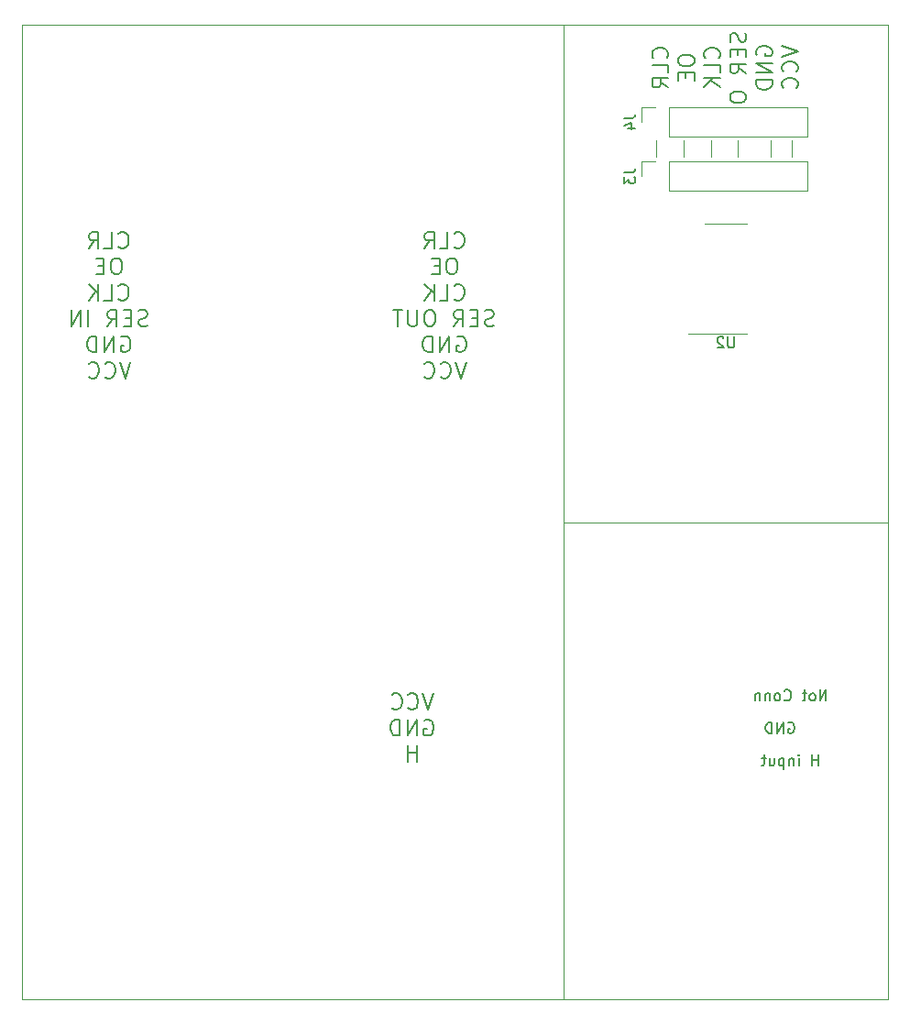
<source format=gbo>
G04 #@! TF.GenerationSoftware,KiCad,Pcbnew,(5.1.2)-1*
G04 #@! TF.CreationDate,2019-06-28T17:44:25+01:00*
G04 #@! TF.ProjectId,Clock_7_Segment,436c6f63-6b5f-4375-9f53-65676d656e74,rev?*
G04 #@! TF.SameCoordinates,Original*
G04 #@! TF.FileFunction,Legend,Bot*
G04 #@! TF.FilePolarity,Positive*
%FSLAX46Y46*%
G04 Gerber Fmt 4.6, Leading zero omitted, Abs format (unit mm)*
G04 Created by KiCad (PCBNEW (5.1.2)-1) date 2019-06-28 17:44:25*
%MOMM*%
%LPD*%
G04 APERTURE LIST*
%ADD10C,0.150000*%
%ADD11C,0.120000*%
G04 APERTURE END LIST*
D10*
X188261904Y-138452380D02*
X188261904Y-137452380D01*
X187690476Y-138452380D01*
X187690476Y-137452380D01*
X187071428Y-138452380D02*
X187166666Y-138404761D01*
X187214285Y-138357142D01*
X187261904Y-138261904D01*
X187261904Y-137976190D01*
X187214285Y-137880952D01*
X187166666Y-137833333D01*
X187071428Y-137785714D01*
X186928571Y-137785714D01*
X186833333Y-137833333D01*
X186785714Y-137880952D01*
X186738095Y-137976190D01*
X186738095Y-138261904D01*
X186785714Y-138357142D01*
X186833333Y-138404761D01*
X186928571Y-138452380D01*
X187071428Y-138452380D01*
X186452380Y-137785714D02*
X186071428Y-137785714D01*
X186309523Y-137452380D02*
X186309523Y-138309523D01*
X186261904Y-138404761D01*
X186166666Y-138452380D01*
X186071428Y-138452380D01*
X184404761Y-138357142D02*
X184452380Y-138404761D01*
X184595238Y-138452380D01*
X184690476Y-138452380D01*
X184833333Y-138404761D01*
X184928571Y-138309523D01*
X184976190Y-138214285D01*
X185023809Y-138023809D01*
X185023809Y-137880952D01*
X184976190Y-137690476D01*
X184928571Y-137595238D01*
X184833333Y-137500000D01*
X184690476Y-137452380D01*
X184595238Y-137452380D01*
X184452380Y-137500000D01*
X184404761Y-137547619D01*
X183833333Y-138452380D02*
X183928571Y-138404761D01*
X183976190Y-138357142D01*
X184023809Y-138261904D01*
X184023809Y-137976190D01*
X183976190Y-137880952D01*
X183928571Y-137833333D01*
X183833333Y-137785714D01*
X183690476Y-137785714D01*
X183595238Y-137833333D01*
X183547619Y-137880952D01*
X183500000Y-137976190D01*
X183500000Y-138261904D01*
X183547619Y-138357142D01*
X183595238Y-138404761D01*
X183690476Y-138452380D01*
X183833333Y-138452380D01*
X183071428Y-137785714D02*
X183071428Y-138452380D01*
X183071428Y-137880952D02*
X183023809Y-137833333D01*
X182928571Y-137785714D01*
X182785714Y-137785714D01*
X182690476Y-137833333D01*
X182642857Y-137928571D01*
X182642857Y-138452380D01*
X182166666Y-137785714D02*
X182166666Y-138452380D01*
X182166666Y-137880952D02*
X182119047Y-137833333D01*
X182023809Y-137785714D01*
X181880952Y-137785714D01*
X181785714Y-137833333D01*
X181738095Y-137928571D01*
X181738095Y-138452380D01*
X187547619Y-144452380D02*
X187547619Y-143452380D01*
X187547619Y-143928571D02*
X186976190Y-143928571D01*
X186976190Y-144452380D02*
X186976190Y-143452380D01*
X185738095Y-144452380D02*
X185738095Y-143785714D01*
X185738095Y-143452380D02*
X185785714Y-143500000D01*
X185738095Y-143547619D01*
X185690476Y-143500000D01*
X185738095Y-143452380D01*
X185738095Y-143547619D01*
X185261904Y-143785714D02*
X185261904Y-144452380D01*
X185261904Y-143880952D02*
X185214285Y-143833333D01*
X185119047Y-143785714D01*
X184976190Y-143785714D01*
X184880952Y-143833333D01*
X184833333Y-143928571D01*
X184833333Y-144452380D01*
X184357142Y-143785714D02*
X184357142Y-144785714D01*
X184357142Y-143833333D02*
X184261904Y-143785714D01*
X184071428Y-143785714D01*
X183976190Y-143833333D01*
X183928571Y-143880952D01*
X183880952Y-143976190D01*
X183880952Y-144261904D01*
X183928571Y-144357142D01*
X183976190Y-144404761D01*
X184071428Y-144452380D01*
X184261904Y-144452380D01*
X184357142Y-144404761D01*
X183023809Y-143785714D02*
X183023809Y-144452380D01*
X183452380Y-143785714D02*
X183452380Y-144309523D01*
X183404761Y-144404761D01*
X183309523Y-144452380D01*
X183166666Y-144452380D01*
X183071428Y-144404761D01*
X183023809Y-144357142D01*
X182690476Y-143785714D02*
X182309523Y-143785714D01*
X182547619Y-143452380D02*
X182547619Y-144309523D01*
X182500000Y-144404761D01*
X182404761Y-144452380D01*
X182309523Y-144452380D01*
X184761904Y-140500000D02*
X184857142Y-140452380D01*
X185000000Y-140452380D01*
X185142857Y-140500000D01*
X185238095Y-140595238D01*
X185285714Y-140690476D01*
X185333333Y-140880952D01*
X185333333Y-141023809D01*
X185285714Y-141214285D01*
X185238095Y-141309523D01*
X185142857Y-141404761D01*
X185000000Y-141452380D01*
X184904761Y-141452380D01*
X184761904Y-141404761D01*
X184714285Y-141357142D01*
X184714285Y-141023809D01*
X184904761Y-141023809D01*
X184285714Y-141452380D02*
X184285714Y-140452380D01*
X183714285Y-141452380D01*
X183714285Y-140452380D01*
X183238095Y-141452380D02*
X183238095Y-140452380D01*
X183000000Y-140452380D01*
X182857142Y-140500000D01*
X182761904Y-140595238D01*
X182714285Y-140690476D01*
X182666666Y-140880952D01*
X182666666Y-141023809D01*
X182714285Y-141214285D01*
X182761904Y-141309523D01*
X182857142Y-141404761D01*
X183000000Y-141452380D01*
X183238095Y-141452380D01*
D11*
X164000000Y-122000000D02*
X194000000Y-122000000D01*
X194000000Y-166000000D02*
X164000000Y-166000000D01*
X194000000Y-76000000D02*
X194000000Y-166000000D01*
X114000000Y-76000000D02*
X194000000Y-76000000D01*
X114000000Y-166000000D02*
X114000000Y-76000000D01*
X164000000Y-166000000D02*
X114000000Y-166000000D01*
X164000000Y-76000000D02*
X164000000Y-166000000D01*
X114000000Y-76000000D02*
X164000000Y-76000000D01*
X177600000Y-87200000D02*
X177600000Y-86700000D01*
X180100000Y-87200000D02*
X180100000Y-86700000D01*
X185100000Y-86700000D02*
X185100000Y-88200000D01*
X183100000Y-86700000D02*
X183100000Y-88200000D01*
X180100000Y-87200000D02*
X180100000Y-88200000D01*
X177600000Y-87200000D02*
X177600000Y-88200000D01*
X175100000Y-86700000D02*
X175100000Y-88200000D01*
X172600000Y-86700000D02*
X172600000Y-88200000D01*
D10*
X173535714Y-79107142D02*
X173607142Y-79035714D01*
X173678571Y-78821428D01*
X173678571Y-78678571D01*
X173607142Y-78464285D01*
X173464285Y-78321428D01*
X173321428Y-78250000D01*
X173035714Y-78178571D01*
X172821428Y-78178571D01*
X172535714Y-78250000D01*
X172392857Y-78321428D01*
X172250000Y-78464285D01*
X172178571Y-78678571D01*
X172178571Y-78821428D01*
X172250000Y-79035714D01*
X172321428Y-79107142D01*
X173678571Y-80464285D02*
X173678571Y-79750000D01*
X172178571Y-79750000D01*
X173678571Y-81821428D02*
X172964285Y-81321428D01*
X173678571Y-80964285D02*
X172178571Y-80964285D01*
X172178571Y-81535714D01*
X172250000Y-81678571D01*
X172321428Y-81750000D01*
X172464285Y-81821428D01*
X172678571Y-81821428D01*
X172821428Y-81750000D01*
X172892857Y-81678571D01*
X172964285Y-81535714D01*
X172964285Y-80964285D01*
X174578571Y-79178571D02*
X174578571Y-79464285D01*
X174650000Y-79607142D01*
X174792857Y-79750000D01*
X175078571Y-79821428D01*
X175578571Y-79821428D01*
X175864285Y-79750000D01*
X176007142Y-79607142D01*
X176078571Y-79464285D01*
X176078571Y-79178571D01*
X176007142Y-79035714D01*
X175864285Y-78892857D01*
X175578571Y-78821428D01*
X175078571Y-78821428D01*
X174792857Y-78892857D01*
X174650000Y-79035714D01*
X174578571Y-79178571D01*
X175292857Y-80464285D02*
X175292857Y-80964285D01*
X176078571Y-81178571D02*
X176078571Y-80464285D01*
X174578571Y-80464285D01*
X174578571Y-81178571D01*
X178335714Y-79107142D02*
X178407142Y-79035714D01*
X178478571Y-78821428D01*
X178478571Y-78678571D01*
X178407142Y-78464285D01*
X178264285Y-78321428D01*
X178121428Y-78250000D01*
X177835714Y-78178571D01*
X177621428Y-78178571D01*
X177335714Y-78250000D01*
X177192857Y-78321428D01*
X177050000Y-78464285D01*
X176978571Y-78678571D01*
X176978571Y-78821428D01*
X177050000Y-79035714D01*
X177121428Y-79107142D01*
X178478571Y-80464285D02*
X178478571Y-79750000D01*
X176978571Y-79750000D01*
X178478571Y-80964285D02*
X176978571Y-80964285D01*
X178478571Y-81821428D02*
X177621428Y-81178571D01*
X176978571Y-81821428D02*
X177835714Y-80964285D01*
X180807142Y-76785714D02*
X180878571Y-77000000D01*
X180878571Y-77357142D01*
X180807142Y-77500000D01*
X180735714Y-77571428D01*
X180592857Y-77642857D01*
X180450000Y-77642857D01*
X180307142Y-77571428D01*
X180235714Y-77500000D01*
X180164285Y-77357142D01*
X180092857Y-77071428D01*
X180021428Y-76928571D01*
X179950000Y-76857142D01*
X179807142Y-76785714D01*
X179664285Y-76785714D01*
X179521428Y-76857142D01*
X179450000Y-76928571D01*
X179378571Y-77071428D01*
X179378571Y-77428571D01*
X179450000Y-77642857D01*
X180092857Y-78285714D02*
X180092857Y-78785714D01*
X180878571Y-79000000D02*
X180878571Y-78285714D01*
X179378571Y-78285714D01*
X179378571Y-79000000D01*
X180878571Y-80500000D02*
X180164285Y-80000000D01*
X180878571Y-79642857D02*
X179378571Y-79642857D01*
X179378571Y-80214285D01*
X179450000Y-80357142D01*
X179521428Y-80428571D01*
X179664285Y-80500000D01*
X179878571Y-80500000D01*
X180021428Y-80428571D01*
X180092857Y-80357142D01*
X180164285Y-80214285D01*
X180164285Y-79642857D01*
X179378571Y-82571428D02*
X179378571Y-82857142D01*
X179450000Y-83000000D01*
X179592857Y-83142857D01*
X179878571Y-83214285D01*
X180378571Y-83214285D01*
X180664285Y-83142857D01*
X180807142Y-83000000D01*
X180878571Y-82857142D01*
X180878571Y-82571428D01*
X180807142Y-82428571D01*
X180664285Y-82285714D01*
X180378571Y-82214285D01*
X179878571Y-82214285D01*
X179592857Y-82285714D01*
X179450000Y-82428571D01*
X179378571Y-82571428D01*
X181850000Y-78857142D02*
X181778571Y-78714285D01*
X181778571Y-78500000D01*
X181850000Y-78285714D01*
X181992857Y-78142857D01*
X182135714Y-78071428D01*
X182421428Y-78000000D01*
X182635714Y-78000000D01*
X182921428Y-78071428D01*
X183064285Y-78142857D01*
X183207142Y-78285714D01*
X183278571Y-78500000D01*
X183278571Y-78642857D01*
X183207142Y-78857142D01*
X183135714Y-78928571D01*
X182635714Y-78928571D01*
X182635714Y-78642857D01*
X183278571Y-79571428D02*
X181778571Y-79571428D01*
X183278571Y-80428571D01*
X181778571Y-80428571D01*
X183278571Y-81142857D02*
X181778571Y-81142857D01*
X181778571Y-81500000D01*
X181850000Y-81714285D01*
X181992857Y-81857142D01*
X182135714Y-81928571D01*
X182421428Y-82000000D01*
X182635714Y-82000000D01*
X182921428Y-81928571D01*
X183064285Y-81857142D01*
X183207142Y-81714285D01*
X183278571Y-81500000D01*
X183278571Y-81142857D01*
X184178571Y-78000000D02*
X185678571Y-78500000D01*
X184178571Y-79000000D01*
X185535714Y-80357142D02*
X185607142Y-80285714D01*
X185678571Y-80071428D01*
X185678571Y-79928571D01*
X185607142Y-79714285D01*
X185464285Y-79571428D01*
X185321428Y-79500000D01*
X185035714Y-79428571D01*
X184821428Y-79428571D01*
X184535714Y-79500000D01*
X184392857Y-79571428D01*
X184250000Y-79714285D01*
X184178571Y-79928571D01*
X184178571Y-80071428D01*
X184250000Y-80285714D01*
X184321428Y-80357142D01*
X185535714Y-81857142D02*
X185607142Y-81785714D01*
X185678571Y-81571428D01*
X185678571Y-81428571D01*
X185607142Y-81214285D01*
X185464285Y-81071428D01*
X185321428Y-81000000D01*
X185035714Y-80928571D01*
X184821428Y-80928571D01*
X184535714Y-81000000D01*
X184392857Y-81071428D01*
X184250000Y-81214285D01*
X184178571Y-81428571D01*
X184178571Y-81571428D01*
X184250000Y-81785714D01*
X184321428Y-81857142D01*
X152000000Y-137778571D02*
X151500000Y-139278571D01*
X151000000Y-137778571D01*
X149642857Y-139135714D02*
X149714285Y-139207142D01*
X149928571Y-139278571D01*
X150071428Y-139278571D01*
X150285714Y-139207142D01*
X150428571Y-139064285D01*
X150500000Y-138921428D01*
X150571428Y-138635714D01*
X150571428Y-138421428D01*
X150500000Y-138135714D01*
X150428571Y-137992857D01*
X150285714Y-137850000D01*
X150071428Y-137778571D01*
X149928571Y-137778571D01*
X149714285Y-137850000D01*
X149642857Y-137921428D01*
X148142857Y-139135714D02*
X148214285Y-139207142D01*
X148428571Y-139278571D01*
X148571428Y-139278571D01*
X148785714Y-139207142D01*
X148928571Y-139064285D01*
X149000000Y-138921428D01*
X149071428Y-138635714D01*
X149071428Y-138421428D01*
X149000000Y-138135714D01*
X148928571Y-137992857D01*
X148785714Y-137850000D01*
X148571428Y-137778571D01*
X148428571Y-137778571D01*
X148214285Y-137850000D01*
X148142857Y-137921428D01*
X151142857Y-140250000D02*
X151285714Y-140178571D01*
X151500000Y-140178571D01*
X151714285Y-140250000D01*
X151857142Y-140392857D01*
X151928571Y-140535714D01*
X152000000Y-140821428D01*
X152000000Y-141035714D01*
X151928571Y-141321428D01*
X151857142Y-141464285D01*
X151714285Y-141607142D01*
X151500000Y-141678571D01*
X151357142Y-141678571D01*
X151142857Y-141607142D01*
X151071428Y-141535714D01*
X151071428Y-141035714D01*
X151357142Y-141035714D01*
X150428571Y-141678571D02*
X150428571Y-140178571D01*
X149571428Y-141678571D01*
X149571428Y-140178571D01*
X148857142Y-141678571D02*
X148857142Y-140178571D01*
X148500000Y-140178571D01*
X148285714Y-140250000D01*
X148142857Y-140392857D01*
X148071428Y-140535714D01*
X148000000Y-140821428D01*
X148000000Y-141035714D01*
X148071428Y-141321428D01*
X148142857Y-141464285D01*
X148285714Y-141607142D01*
X148500000Y-141678571D01*
X148857142Y-141678571D01*
X150428571Y-144078571D02*
X150428571Y-142578571D01*
X150428571Y-143292857D02*
X149571428Y-143292857D01*
X149571428Y-144078571D02*
X149571428Y-142578571D01*
X122892857Y-96535714D02*
X122964285Y-96607142D01*
X123178571Y-96678571D01*
X123321428Y-96678571D01*
X123535714Y-96607142D01*
X123678571Y-96464285D01*
X123750000Y-96321428D01*
X123821428Y-96035714D01*
X123821428Y-95821428D01*
X123750000Y-95535714D01*
X123678571Y-95392857D01*
X123535714Y-95250000D01*
X123321428Y-95178571D01*
X123178571Y-95178571D01*
X122964285Y-95250000D01*
X122892857Y-95321428D01*
X121535714Y-96678571D02*
X122250000Y-96678571D01*
X122250000Y-95178571D01*
X120178571Y-96678571D02*
X120678571Y-95964285D01*
X121035714Y-96678571D02*
X121035714Y-95178571D01*
X120464285Y-95178571D01*
X120321428Y-95250000D01*
X120250000Y-95321428D01*
X120178571Y-95464285D01*
X120178571Y-95678571D01*
X120250000Y-95821428D01*
X120321428Y-95892857D01*
X120464285Y-95964285D01*
X121035714Y-95964285D01*
X122821428Y-97578571D02*
X122535714Y-97578571D01*
X122392857Y-97650000D01*
X122250000Y-97792857D01*
X122178571Y-98078571D01*
X122178571Y-98578571D01*
X122250000Y-98864285D01*
X122392857Y-99007142D01*
X122535714Y-99078571D01*
X122821428Y-99078571D01*
X122964285Y-99007142D01*
X123107142Y-98864285D01*
X123178571Y-98578571D01*
X123178571Y-98078571D01*
X123107142Y-97792857D01*
X122964285Y-97650000D01*
X122821428Y-97578571D01*
X121535714Y-98292857D02*
X121035714Y-98292857D01*
X120821428Y-99078571D02*
X121535714Y-99078571D01*
X121535714Y-97578571D01*
X120821428Y-97578571D01*
X122892857Y-101335714D02*
X122964285Y-101407142D01*
X123178571Y-101478571D01*
X123321428Y-101478571D01*
X123535714Y-101407142D01*
X123678571Y-101264285D01*
X123750000Y-101121428D01*
X123821428Y-100835714D01*
X123821428Y-100621428D01*
X123750000Y-100335714D01*
X123678571Y-100192857D01*
X123535714Y-100050000D01*
X123321428Y-99978571D01*
X123178571Y-99978571D01*
X122964285Y-100050000D01*
X122892857Y-100121428D01*
X121535714Y-101478571D02*
X122250000Y-101478571D01*
X122250000Y-99978571D01*
X121035714Y-101478571D02*
X121035714Y-99978571D01*
X120178571Y-101478571D02*
X120821428Y-100621428D01*
X120178571Y-99978571D02*
X121035714Y-100835714D01*
X125571428Y-103807142D02*
X125357142Y-103878571D01*
X125000000Y-103878571D01*
X124857142Y-103807142D01*
X124785714Y-103735714D01*
X124714285Y-103592857D01*
X124714285Y-103450000D01*
X124785714Y-103307142D01*
X124857142Y-103235714D01*
X125000000Y-103164285D01*
X125285714Y-103092857D01*
X125428571Y-103021428D01*
X125500000Y-102950000D01*
X125571428Y-102807142D01*
X125571428Y-102664285D01*
X125500000Y-102521428D01*
X125428571Y-102450000D01*
X125285714Y-102378571D01*
X124928571Y-102378571D01*
X124714285Y-102450000D01*
X124071428Y-103092857D02*
X123571428Y-103092857D01*
X123357142Y-103878571D02*
X124071428Y-103878571D01*
X124071428Y-102378571D01*
X123357142Y-102378571D01*
X121857142Y-103878571D02*
X122357142Y-103164285D01*
X122714285Y-103878571D02*
X122714285Y-102378571D01*
X122142857Y-102378571D01*
X122000000Y-102450000D01*
X121928571Y-102521428D01*
X121857142Y-102664285D01*
X121857142Y-102878571D01*
X121928571Y-103021428D01*
X122000000Y-103092857D01*
X122142857Y-103164285D01*
X122714285Y-103164285D01*
X120071428Y-103878571D02*
X120071428Y-102378571D01*
X119357142Y-103878571D02*
X119357142Y-102378571D01*
X118500000Y-103878571D01*
X118500000Y-102378571D01*
X123142857Y-104850000D02*
X123285714Y-104778571D01*
X123500000Y-104778571D01*
X123714285Y-104850000D01*
X123857142Y-104992857D01*
X123928571Y-105135714D01*
X124000000Y-105421428D01*
X124000000Y-105635714D01*
X123928571Y-105921428D01*
X123857142Y-106064285D01*
X123714285Y-106207142D01*
X123500000Y-106278571D01*
X123357142Y-106278571D01*
X123142857Y-106207142D01*
X123071428Y-106135714D01*
X123071428Y-105635714D01*
X123357142Y-105635714D01*
X122428571Y-106278571D02*
X122428571Y-104778571D01*
X121571428Y-106278571D01*
X121571428Y-104778571D01*
X120857142Y-106278571D02*
X120857142Y-104778571D01*
X120500000Y-104778571D01*
X120285714Y-104850000D01*
X120142857Y-104992857D01*
X120071428Y-105135714D01*
X120000000Y-105421428D01*
X120000000Y-105635714D01*
X120071428Y-105921428D01*
X120142857Y-106064285D01*
X120285714Y-106207142D01*
X120500000Y-106278571D01*
X120857142Y-106278571D01*
X124000000Y-107178571D02*
X123500000Y-108678571D01*
X123000000Y-107178571D01*
X121642857Y-108535714D02*
X121714285Y-108607142D01*
X121928571Y-108678571D01*
X122071428Y-108678571D01*
X122285714Y-108607142D01*
X122428571Y-108464285D01*
X122500000Y-108321428D01*
X122571428Y-108035714D01*
X122571428Y-107821428D01*
X122500000Y-107535714D01*
X122428571Y-107392857D01*
X122285714Y-107250000D01*
X122071428Y-107178571D01*
X121928571Y-107178571D01*
X121714285Y-107250000D01*
X121642857Y-107321428D01*
X120142857Y-108535714D02*
X120214285Y-108607142D01*
X120428571Y-108678571D01*
X120571428Y-108678571D01*
X120785714Y-108607142D01*
X120928571Y-108464285D01*
X121000000Y-108321428D01*
X121071428Y-108035714D01*
X121071428Y-107821428D01*
X121000000Y-107535714D01*
X120928571Y-107392857D01*
X120785714Y-107250000D01*
X120571428Y-107178571D01*
X120428571Y-107178571D01*
X120214285Y-107250000D01*
X120142857Y-107321428D01*
X153892857Y-96535714D02*
X153964285Y-96607142D01*
X154178571Y-96678571D01*
X154321428Y-96678571D01*
X154535714Y-96607142D01*
X154678571Y-96464285D01*
X154750000Y-96321428D01*
X154821428Y-96035714D01*
X154821428Y-95821428D01*
X154750000Y-95535714D01*
X154678571Y-95392857D01*
X154535714Y-95250000D01*
X154321428Y-95178571D01*
X154178571Y-95178571D01*
X153964285Y-95250000D01*
X153892857Y-95321428D01*
X152535714Y-96678571D02*
X153250000Y-96678571D01*
X153250000Y-95178571D01*
X151178571Y-96678571D02*
X151678571Y-95964285D01*
X152035714Y-96678571D02*
X152035714Y-95178571D01*
X151464285Y-95178571D01*
X151321428Y-95250000D01*
X151250000Y-95321428D01*
X151178571Y-95464285D01*
X151178571Y-95678571D01*
X151250000Y-95821428D01*
X151321428Y-95892857D01*
X151464285Y-95964285D01*
X152035714Y-95964285D01*
X153821428Y-97578571D02*
X153535714Y-97578571D01*
X153392857Y-97650000D01*
X153250000Y-97792857D01*
X153178571Y-98078571D01*
X153178571Y-98578571D01*
X153250000Y-98864285D01*
X153392857Y-99007142D01*
X153535714Y-99078571D01*
X153821428Y-99078571D01*
X153964285Y-99007142D01*
X154107142Y-98864285D01*
X154178571Y-98578571D01*
X154178571Y-98078571D01*
X154107142Y-97792857D01*
X153964285Y-97650000D01*
X153821428Y-97578571D01*
X152535714Y-98292857D02*
X152035714Y-98292857D01*
X151821428Y-99078571D02*
X152535714Y-99078571D01*
X152535714Y-97578571D01*
X151821428Y-97578571D01*
X153892857Y-101335714D02*
X153964285Y-101407142D01*
X154178571Y-101478571D01*
X154321428Y-101478571D01*
X154535714Y-101407142D01*
X154678571Y-101264285D01*
X154750000Y-101121428D01*
X154821428Y-100835714D01*
X154821428Y-100621428D01*
X154750000Y-100335714D01*
X154678571Y-100192857D01*
X154535714Y-100050000D01*
X154321428Y-99978571D01*
X154178571Y-99978571D01*
X153964285Y-100050000D01*
X153892857Y-100121428D01*
X152535714Y-101478571D02*
X153250000Y-101478571D01*
X153250000Y-99978571D01*
X152035714Y-101478571D02*
X152035714Y-99978571D01*
X151178571Y-101478571D02*
X151821428Y-100621428D01*
X151178571Y-99978571D02*
X152035714Y-100835714D01*
X157571428Y-103807142D02*
X157357142Y-103878571D01*
X157000000Y-103878571D01*
X156857142Y-103807142D01*
X156785714Y-103735714D01*
X156714285Y-103592857D01*
X156714285Y-103450000D01*
X156785714Y-103307142D01*
X156857142Y-103235714D01*
X157000000Y-103164285D01*
X157285714Y-103092857D01*
X157428571Y-103021428D01*
X157500000Y-102950000D01*
X157571428Y-102807142D01*
X157571428Y-102664285D01*
X157500000Y-102521428D01*
X157428571Y-102450000D01*
X157285714Y-102378571D01*
X156928571Y-102378571D01*
X156714285Y-102450000D01*
X156071428Y-103092857D02*
X155571428Y-103092857D01*
X155357142Y-103878571D02*
X156071428Y-103878571D01*
X156071428Y-102378571D01*
X155357142Y-102378571D01*
X153857142Y-103878571D02*
X154357142Y-103164285D01*
X154714285Y-103878571D02*
X154714285Y-102378571D01*
X154142857Y-102378571D01*
X154000000Y-102450000D01*
X153928571Y-102521428D01*
X153857142Y-102664285D01*
X153857142Y-102878571D01*
X153928571Y-103021428D01*
X154000000Y-103092857D01*
X154142857Y-103164285D01*
X154714285Y-103164285D01*
X151785714Y-102378571D02*
X151500000Y-102378571D01*
X151357142Y-102450000D01*
X151214285Y-102592857D01*
X151142857Y-102878571D01*
X151142857Y-103378571D01*
X151214285Y-103664285D01*
X151357142Y-103807142D01*
X151500000Y-103878571D01*
X151785714Y-103878571D01*
X151928571Y-103807142D01*
X152071428Y-103664285D01*
X152142857Y-103378571D01*
X152142857Y-102878571D01*
X152071428Y-102592857D01*
X151928571Y-102450000D01*
X151785714Y-102378571D01*
X150500000Y-102378571D02*
X150500000Y-103592857D01*
X150428571Y-103735714D01*
X150357142Y-103807142D01*
X150214285Y-103878571D01*
X149928571Y-103878571D01*
X149785714Y-103807142D01*
X149714285Y-103735714D01*
X149642857Y-103592857D01*
X149642857Y-102378571D01*
X149142857Y-102378571D02*
X148285714Y-102378571D01*
X148714285Y-103878571D02*
X148714285Y-102378571D01*
X154142857Y-104850000D02*
X154285714Y-104778571D01*
X154500000Y-104778571D01*
X154714285Y-104850000D01*
X154857142Y-104992857D01*
X154928571Y-105135714D01*
X155000000Y-105421428D01*
X155000000Y-105635714D01*
X154928571Y-105921428D01*
X154857142Y-106064285D01*
X154714285Y-106207142D01*
X154500000Y-106278571D01*
X154357142Y-106278571D01*
X154142857Y-106207142D01*
X154071428Y-106135714D01*
X154071428Y-105635714D01*
X154357142Y-105635714D01*
X153428571Y-106278571D02*
X153428571Y-104778571D01*
X152571428Y-106278571D01*
X152571428Y-104778571D01*
X151857142Y-106278571D02*
X151857142Y-104778571D01*
X151500000Y-104778571D01*
X151285714Y-104850000D01*
X151142857Y-104992857D01*
X151071428Y-105135714D01*
X151000000Y-105421428D01*
X151000000Y-105635714D01*
X151071428Y-105921428D01*
X151142857Y-106064285D01*
X151285714Y-106207142D01*
X151500000Y-106278571D01*
X151857142Y-106278571D01*
X155000000Y-107178571D02*
X154500000Y-108678571D01*
X154000000Y-107178571D01*
X152642857Y-108535714D02*
X152714285Y-108607142D01*
X152928571Y-108678571D01*
X153071428Y-108678571D01*
X153285714Y-108607142D01*
X153428571Y-108464285D01*
X153500000Y-108321428D01*
X153571428Y-108035714D01*
X153571428Y-107821428D01*
X153500000Y-107535714D01*
X153428571Y-107392857D01*
X153285714Y-107250000D01*
X153071428Y-107178571D01*
X152928571Y-107178571D01*
X152714285Y-107250000D01*
X152642857Y-107321428D01*
X151142857Y-108535714D02*
X151214285Y-108607142D01*
X151428571Y-108678571D01*
X151571428Y-108678571D01*
X151785714Y-108607142D01*
X151928571Y-108464285D01*
X152000000Y-108321428D01*
X152071428Y-108035714D01*
X152071428Y-107821428D01*
X152000000Y-107535714D01*
X151928571Y-107392857D01*
X151785714Y-107250000D01*
X151571428Y-107178571D01*
X151428571Y-107178571D01*
X151214285Y-107250000D01*
X151142857Y-107321428D01*
D11*
X179000000Y-104560000D02*
X175550000Y-104560000D01*
X179000000Y-104560000D02*
X180950000Y-104560000D01*
X179000000Y-94440000D02*
X177050000Y-94440000D01*
X179000000Y-94440000D02*
X180950000Y-94440000D01*
X171170000Y-83670000D02*
X171170000Y-85000000D01*
X172500000Y-83670000D02*
X171170000Y-83670000D01*
X173770000Y-83670000D02*
X173770000Y-86330000D01*
X173770000Y-86330000D02*
X186530000Y-86330000D01*
X173770000Y-83670000D02*
X186530000Y-83670000D01*
X186530000Y-83670000D02*
X186530000Y-86330000D01*
X171170000Y-88670000D02*
X171170000Y-90000000D01*
X172500000Y-88670000D02*
X171170000Y-88670000D01*
X173770000Y-88670000D02*
X173770000Y-91330000D01*
X173770000Y-91330000D02*
X186530000Y-91330000D01*
X173770000Y-88670000D02*
X186530000Y-88670000D01*
X186530000Y-88670000D02*
X186530000Y-91330000D01*
D10*
X179761904Y-104852380D02*
X179761904Y-105661904D01*
X179714285Y-105757142D01*
X179666666Y-105804761D01*
X179571428Y-105852380D01*
X179380952Y-105852380D01*
X179285714Y-105804761D01*
X179238095Y-105757142D01*
X179190476Y-105661904D01*
X179190476Y-104852380D01*
X178761904Y-104947619D02*
X178714285Y-104900000D01*
X178619047Y-104852380D01*
X178380952Y-104852380D01*
X178285714Y-104900000D01*
X178238095Y-104947619D01*
X178190476Y-105042857D01*
X178190476Y-105138095D01*
X178238095Y-105280952D01*
X178809523Y-105852380D01*
X178190476Y-105852380D01*
X169622380Y-84666666D02*
X170336666Y-84666666D01*
X170479523Y-84619047D01*
X170574761Y-84523809D01*
X170622380Y-84380952D01*
X170622380Y-84285714D01*
X169955714Y-85571428D02*
X170622380Y-85571428D01*
X169574761Y-85333333D02*
X170289047Y-85095238D01*
X170289047Y-85714285D01*
X169622380Y-89666666D02*
X170336666Y-89666666D01*
X170479523Y-89619047D01*
X170574761Y-89523809D01*
X170622380Y-89380952D01*
X170622380Y-89285714D01*
X169622380Y-90047619D02*
X169622380Y-90666666D01*
X170003333Y-90333333D01*
X170003333Y-90476190D01*
X170050952Y-90571428D01*
X170098571Y-90619047D01*
X170193809Y-90666666D01*
X170431904Y-90666666D01*
X170527142Y-90619047D01*
X170574761Y-90571428D01*
X170622380Y-90476190D01*
X170622380Y-90190476D01*
X170574761Y-90095238D01*
X170527142Y-90047619D01*
M02*

</source>
